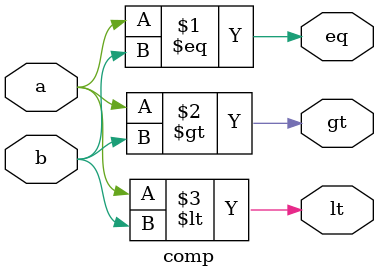
<source format=v>
module comp(
	input a,b,
	output eq,gt,lt);
	
assign eq = (a == b);
assign gt = (a > b);
assign lt = (a < b);

endmodule

</source>
